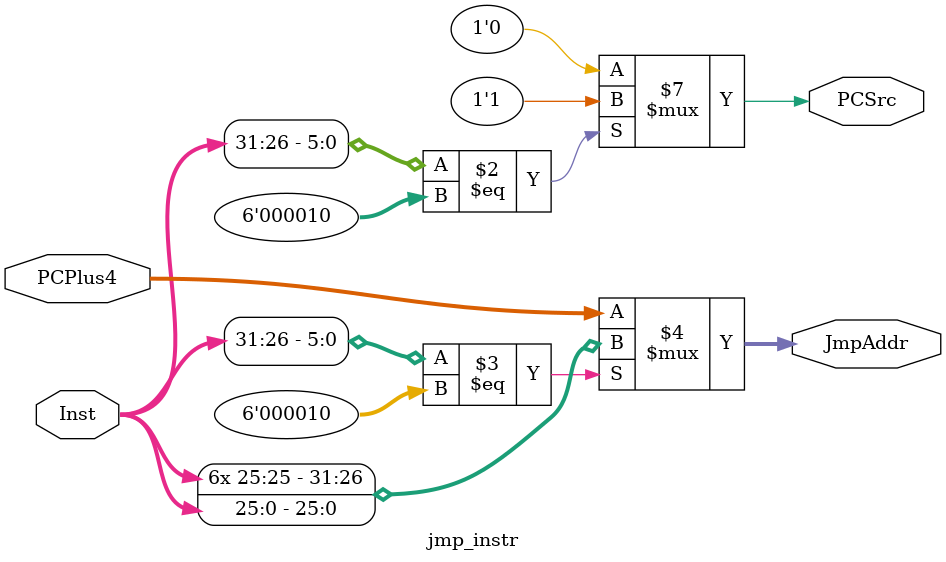
<source format=v>
`timescale 1ns / 1ps
module jmp_instr(
Inst, 
PCPlus4,
PCSrc,
JmpAddr
    );

input [31:0] Inst;
input [31:0] PCPlus4;

output PCSrc;
reg PCSrc;
output [31:0] JmpAddr;

initial //PCSrc needs to be initialized to zero
	PCSrc <= 1'b0;
	
always @ (Inst, PCPlus4)
begin
		if (Inst[31:26] == 6'h2)
			PCSrc <= 1'b1;
		else
			PCSrc <= 1'b0;	
end
//assign PCSrc = (Inst[31:26] == 6'h2)?(1'b1):(1'b0);
assign JmpAddr = (Inst[31:26] == 6'h2)?({{6{Inst[25]}},Inst[25:0]}):(PCPlus4);

endmodule

</source>
